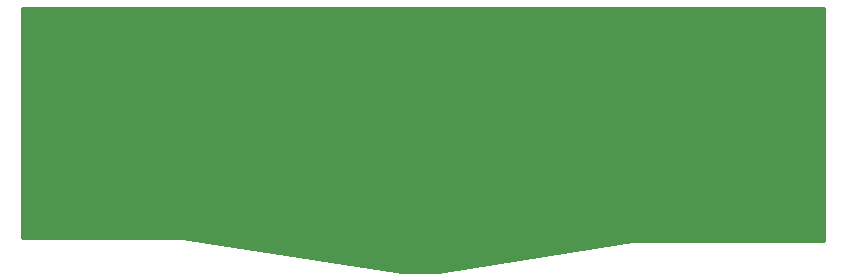
<source format=gbr>
G04 #@! TF.GenerationSoftware,KiCad,Pcbnew,(5.1.10-1-10_14)*
G04 #@! TF.CreationDate,2021-08-18T21:17:13-05:00*
G04 #@! TF.ProjectId,PCB-Keychains,5043422d-4b65-4796-9368-61696e732e6b,rev?*
G04 #@! TF.SameCoordinates,Original*
G04 #@! TF.FileFunction,Copper,L1,Top*
G04 #@! TF.FilePolarity,Positive*
%FSLAX46Y46*%
G04 Gerber Fmt 4.6, Leading zero omitted, Abs format (unit mm)*
G04 Created by KiCad (PCBNEW (5.1.10-1-10_14)) date 2021-08-18 21:17:13*
%MOMM*%
%LPD*%
G01*
G04 APERTURE LIST*
G04 #@! TA.AperFunction,NonConductor*
%ADD10C,0.254000*%
G04 #@! TD*
G04 #@! TA.AperFunction,NonConductor*
%ADD11C,0.100000*%
G04 #@! TD*
G04 APERTURE END LIST*
D10*
X102231750Y-87436750D02*
X85958750Y-87436750D01*
X85938864Y-87438317D01*
X69548748Y-90036750D01*
X66468592Y-90036750D01*
X47878315Y-87138266D01*
X47858750Y-87136750D01*
X34285750Y-87136750D01*
X34285750Y-67690750D01*
X102231750Y-67690750D01*
X102231750Y-87436750D01*
G04 #@! TA.AperFunction,NonConductor*
D11*
G36*
X102231750Y-87436750D02*
G01*
X85958750Y-87436750D01*
X85938864Y-87438317D01*
X69548748Y-90036750D01*
X66468592Y-90036750D01*
X47878315Y-87138266D01*
X47858750Y-87136750D01*
X34285750Y-87136750D01*
X34285750Y-67690750D01*
X102231750Y-67690750D01*
X102231750Y-87436750D01*
G37*
G04 #@! TD.AperFunction*
M02*

</source>
